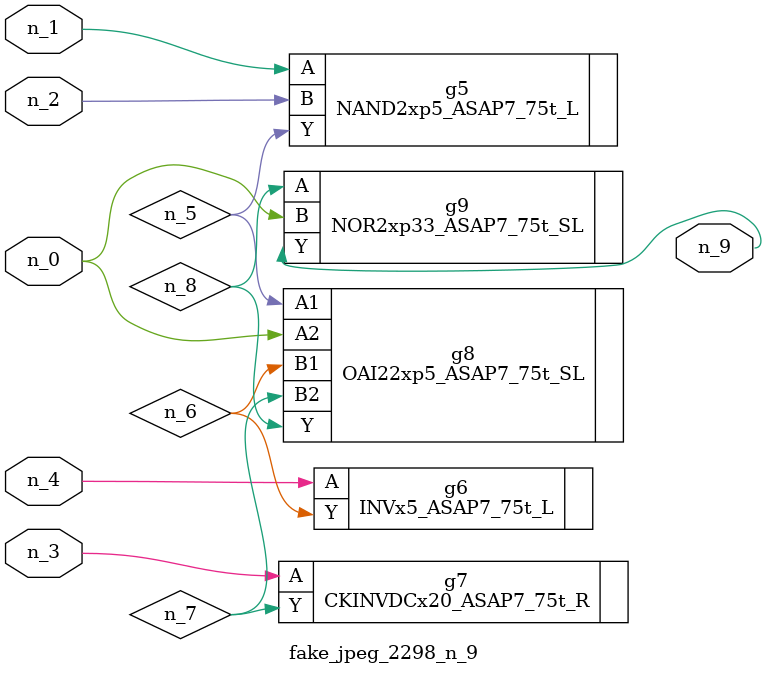
<source format=v>
module fake_jpeg_2298_n_9 (n_3, n_2, n_1, n_0, n_4, n_9);

input n_3;
input n_2;
input n_1;
input n_0;
input n_4;

output n_9;

wire n_8;
wire n_6;
wire n_5;
wire n_7;

NAND2xp5_ASAP7_75t_L g5 ( 
.A(n_1),
.B(n_2),
.Y(n_5)
);

INVx5_ASAP7_75t_L g6 ( 
.A(n_4),
.Y(n_6)
);

CKINVDCx20_ASAP7_75t_R g7 ( 
.A(n_3),
.Y(n_7)
);

OAI22xp5_ASAP7_75t_SL g8 ( 
.A1(n_5),
.A2(n_0),
.B1(n_6),
.B2(n_7),
.Y(n_8)
);

NOR2xp33_ASAP7_75t_SL g9 ( 
.A(n_8),
.B(n_0),
.Y(n_9)
);


endmodule
</source>
